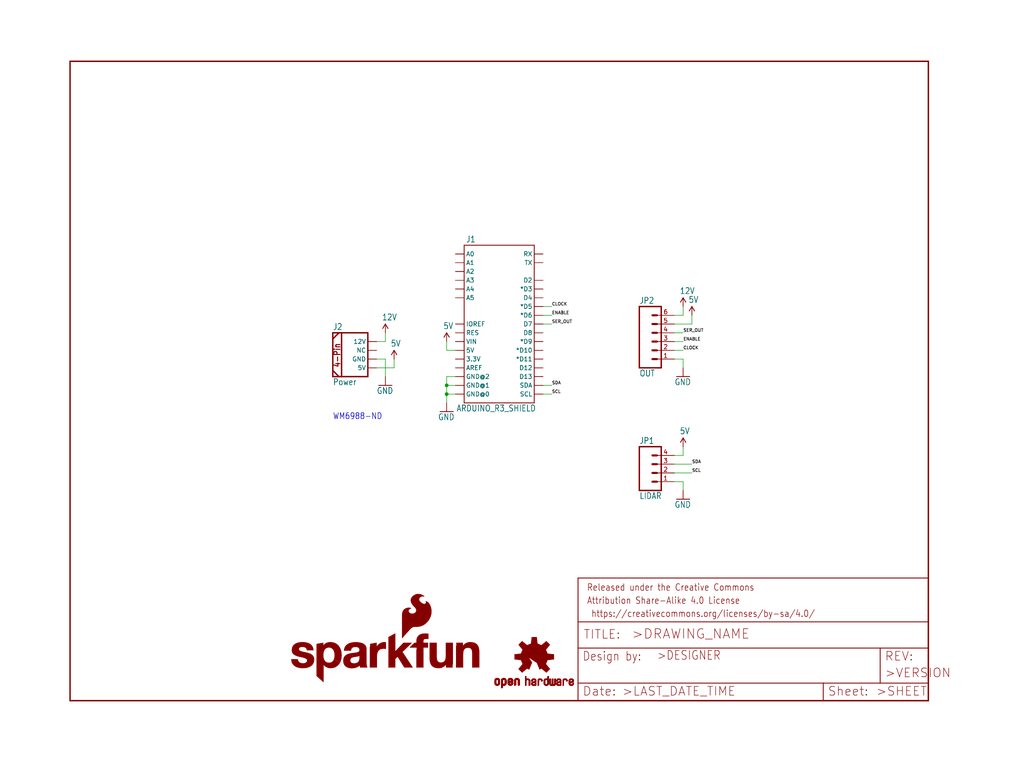
<source format=kicad_sch>
(kicad_sch (version 20211123) (generator eeschema)
  (paper "User" 297.002 223.926)
  (lib_symbols
    (symbol "eagleSchem-eagle-import:12V" (power)
      (property "Value" "12V" (at -1.016 3.556 0))
      (symbol "12V_1_0"
        (pin power_in line (at 0 0 90) (length 2.54) (name "12V") (number "1"))
      )
    )
    (symbol "eagleSchem-eagle-import:5V" (power)
      (property "Value" "5V" (at -1.016 3.556 0))
      (symbol "5V_1_0"
        (pin power_in line (at 0 0 90) (length 2.54) (name "5V") (number "1"))
      )
    )
    (symbol "eagleSchem-eagle-import:ARDUINO_R3_SHIELD"
      (property "Reference" "J" (at -9.652 21.082 0))
      (property "Value" "ARDUINO_R3_SHIELD" (at -6.35 -27.94 0))
      (symbol "ARDUINO_R3_SHIELD_1_0"
        (pin bidirectional line (at -12.7 -12.7 0) (length 2.54) (name "3.3V") (number "3.3V"))
        (pin bidirectional line (at -12.7 -10.16 0) (length 2.54) (name "5V") (number "5V"))
        (pin bidirectional line (at -12.7 17.78 0) (length 2.54) (name "A0") (number "A0"))
        (pin bidirectional line (at -12.7 15.24 0) (length 2.54) (name "A1") (number "A1"))
        (pin bidirectional line (at -12.7 12.7 0) (length 2.54) (name "A2") (number "A2"))
        (pin bidirectional line (at -12.7 10.16 0) (length 2.54) (name "A3") (number "A3"))
        (pin bidirectional line (at -12.7 7.62 0) (length 2.54) (name "A4") (number "A4"))
        (pin bidirectional line (at -12.7 5.08 0) (length 2.54) (name "A5") (number "A5"))
        (pin bidirectional line (at -12.7 -15.24 0) (length 2.54) (name "AREF") (number "AREF"))
        (pin bidirectional line (at 12.7 -10.16 180) (length 2.54) (name "*D10") (number "D10"))
        (pin bidirectional line (at 12.7 -12.7 180) (length 2.54) (name "*D11") (number "D11"))
        (pin bidirectional line (at 12.7 -15.24 180) (length 2.54) (name "D12") (number "D12"))
        (pin bidirectional line (at 12.7 -17.78 180) (length 2.54) (name "D13") (number "D13"))
        (pin bidirectional line (at 12.7 10.16 180) (length 2.54) (name "D2") (number "D2"))
        (pin bidirectional line (at 12.7 7.62 180) (length 2.54) (name "*D3") (number "D3"))
        (pin bidirectional line (at 12.7 5.08 180) (length 2.54) (name "D4") (number "D4"))
        (pin bidirectional line (at 12.7 2.54 180) (length 2.54) (name "*D5") (number "D5"))
        (pin bidirectional line (at 12.7 0 180) (length 2.54) (name "*D6") (number "D6"))
        (pin bidirectional line (at 12.7 -2.54 180) (length 2.54) (name "D7") (number "D7"))
        (pin bidirectional line (at 12.7 -5.08 180) (length 2.54) (name "D8") (number "D8"))
        (pin bidirectional line (at 12.7 -7.62 180) (length 2.54) (name "*D9") (number "D9"))
        (pin bidirectional line (at -12.7 -22.86 0) (length 2.54) (name "GND@0") (number "GND@0"))
        (pin bidirectional line (at -12.7 -20.32 0) (length 2.54) (name "GND@1") (number "GND@1"))
        (pin bidirectional line (at -12.7 -17.78 0) (length 2.54) (name "GND@2") (number "GND@2"))
        (pin bidirectional line (at -12.7 -2.54 0) (length 2.54) (name "IOREF") (number "IOREF"))
        (pin bidirectional line (at -12.7 -5.08 0) (length 2.54) (name "RES") (number "RES"))
        (pin bidirectional line (at 12.7 17.78 180) (length 2.54) (name "RX") (number "RX"))
        (pin bidirectional line (at 12.7 -22.86 180) (length 2.54) (name "SCL") (number "SCL"))
        (pin bidirectional line (at 12.7 -20.32 180) (length 2.54) (name "SDA") (number "SDA"))
        (pin bidirectional line (at 12.7 15.24 180) (length 2.54) (name "TX") (number "TX"))
        (pin bidirectional line (at -12.7 -7.62 0) (length 2.54) (name "VIN") (number "VIN"))
      )
    )
    (symbol "eagleSchem-eagle-import:COMPUTER-PERIPHERAL-POWERRA"
      (property "Reference" "J" (at -5.08 5.842 0))
      (property "Value" "COMPUTER-PERIPHERAL-POWERRA" (at -5.08 -10.16 0))
      (symbol "COMPUTER-PERIPHERAL-POWERRA_1_0"
        (text "4-Pin" (at -2.794 -5.08 900) (effects (font (size 1.778 1.5113) (thickness 0.3023) bold) (justify left bottom)))
        (pin passive line (at 7.62 2.54 180) (length 2.54) (name "12V") (number "12V"))
        (pin passive line (at 7.62 -5.08 180) (length 2.54) (name "5V") (number "5V"))
        (pin passive line (at 7.62 -2.54 180) (length 2.54) (name "GND") (number "GND"))
        (pin passive line (at 7.62 0 180) (length 2.54) (name "NC") (number "NC"))
      )
    )
    (symbol "eagleSchem-eagle-import:FRAME-LETTER"
      (symbol "FRAME-LETTER_2_0"
        (text " https://creativecommons.org/licenses/by-sa/4.0/" (at 2.54 24.13 0) (effects (font (size 1.9304 1.6408)) (justify left bottom)))
        (text ">DESIGNER" (at 22.86 11.684 0) (effects (font (size 2.54 2.159)) (justify left bottom)))
        (text ">DRAWING_NAME" (at 15.494 17.78 0) (effects (font (size 2.7432 2.7432)) (justify left bottom)))
        (text ">LAST_DATE_TIME" (at 12.7 1.27 0) (effects (font (size 2.54 2.54)) (justify left bottom)))
        (text ">SHEET" (at 86.36 1.27 0) (effects (font (size 2.54 2.54)) (justify left bottom)))
        (text ">VERSION" (at 88.9 6.604 0) (effects (font (size 2.54 2.54)) (justify left bottom)))
        (text "Attribution Share-Alike 4.0 License" (at 2.54 27.94 0) (effects (font (size 1.9304 1.6408)) (justify left bottom)))
        (text "Date:" (at 1.27 1.27 0) (effects (font (size 2.54 2.54)) (justify left bottom)))
        (text "Design by:" (at 1.27 11.43 0) (effects (font (size 2.54 2.159)) (justify left bottom)))
        (text "Released under the Creative Commons" (at 2.54 31.75 0) (effects (font (size 1.9304 1.6408)) (justify left bottom)))
        (text "REV:" (at 88.9 11.43 0) (effects (font (size 2.54 2.54)) (justify left bottom)))
        (text "Sheet:" (at 72.39 1.27 0) (effects (font (size 2.54 2.54)) (justify left bottom)))
        (text "TITLE:" (at 1.524 17.78 0) (effects (font (size 2.54 2.54)) (justify left bottom)))
      )
    )
    (symbol "eagleSchem-eagle-import:GND" (power)
      (property "Value" "GND" (at -2.54 -2.54 0))
      (symbol "GND_1_0"
        (pin power_in line (at 0 2.54 270) (length 2.54) (name "GND") (number "1"))
      )
    )
    (symbol "eagleSchem-eagle-import:M04JST-PTH"
      (property "Reference" "JP" (at -5.08 8.382 0))
      (property "Value" "M04JST-PTH" (at -5.08 -7.62 0))
      (symbol "M04JST-PTH_1_0"
        (pin passive line (at 5.08 -2.54 180) (length 5.08) (name "1") (number "1"))
        (pin passive line (at 5.08 0 180) (length 5.08) (name "2") (number "2"))
        (pin passive line (at 5.08 2.54 180) (length 5.08) (name "3") (number "3"))
        (pin passive line (at 5.08 5.08 180) (length 5.08) (name "4") (number "4"))
      )
    )
    (symbol "eagleSchem-eagle-import:M06SILK_FEMALE_PTH"
      (property "Reference" "JP" (at -5.08 10.922 0))
      (property "Value" "M06SILK_FEMALE_PTH" (at -5.08 -10.16 0))
      (symbol "M06SILK_FEMALE_PTH_1_0"
        (pin passive line (at 5.08 -5.08 180) (length 5.08) (name "1") (number "1"))
        (pin passive line (at 5.08 -2.54 180) (length 5.08) (name "2") (number "2"))
        (pin passive line (at 5.08 0 180) (length 5.08) (name "3") (number "3"))
        (pin passive line (at 5.08 2.54 180) (length 5.08) (name "4") (number "4"))
        (pin passive line (at 5.08 5.08 180) (length 5.08) (name "5") (number "5"))
        (pin passive line (at 5.08 7.62 180) (length 5.08) (name "6") (number "6"))
      )
    )
    (symbol "eagleSchem-eagle-import:OSHW-LOGOS")
    (symbol "eagleSchem-eagle-import:SFE_LOGO_NAME_FLAME.2_INCH")
  )
  (junction (at 129.54 114.3))
  (junction (at 129.54 111.76))
  (wire (pts (xy 132.08 114.3) (xy 129.54 114.3)))
  (wire (pts (xy 109.22 99.06) (xy 111.76 99.06)))
  (wire (pts (xy 114.3 106.68) (xy 114.3 104.14)))
  (wire (pts (xy 195.58 101.6) (xy 198.12 101.6)))
  (wire (pts (xy 200.66 93.98) (xy 200.66 91.44)))
  (wire (pts (xy 198.12 104.14) (xy 198.12 106.68)))
  (wire (pts (xy 157.48 111.76) (xy 160.02 111.76)))
  (wire (pts (xy 129.54 114.3) (xy 129.54 116.84)))
  (wire (pts (xy 109.22 106.68) (xy 114.3 106.68)))
  (wire (pts (xy 129.54 101.6) (xy 129.54 99.06)))
  (wire (pts (xy 195.58 91.44) (xy 198.12 91.44)))
  (wire (pts (xy 195.58 137.16) (xy 200.66 137.16)))
  (wire (pts (xy 132.08 101.6) (xy 129.54 101.6)))
  (wire (pts (xy 198.12 91.44) (xy 198.12 88.9)))
  (wire (pts (xy 195.58 132.08) (xy 198.12 132.08)))
  (wire (pts (xy 195.58 139.7) (xy 198.12 139.7)))
  (wire (pts (xy 132.08 111.76) (xy 129.54 111.76)))
  (wire (pts (xy 195.58 93.98) (xy 200.66 93.98)))
  (wire (pts (xy 195.58 99.06) (xy 198.12 99.06)))
  (wire (pts (xy 132.08 109.22) (xy 129.54 109.22)))
  (wire (pts (xy 195.58 134.62) (xy 200.66 134.62)))
  (wire (pts (xy 157.48 93.98) (xy 160.02 93.98)))
  (wire (pts (xy 157.48 88.9) (xy 160.02 88.9)))
  (wire (pts (xy 111.76 104.14) (xy 111.76 109.22)))
  (wire (pts (xy 198.12 139.7) (xy 198.12 142.24)))
  (wire (pts (xy 129.54 111.76) (xy 129.54 114.3)))
  (wire (pts (xy 109.22 104.14) (xy 111.76 104.14)))
  (wire (pts (xy 195.58 96.52) (xy 198.12 96.52)))
  (wire (pts (xy 129.54 109.22) (xy 129.54 111.76)))
  (wire (pts (xy 195.58 104.14) (xy 198.12 104.14)))
  (wire (pts (xy 198.12 132.08) (xy 198.12 129.54)))
  (wire (pts (xy 157.48 114.3) (xy 160.02 114.3)))
  (wire (pts (xy 111.76 99.06) (xy 111.76 96.52)))
  (wire (pts (xy 157.48 91.44) (xy 160.02 91.44)))
  (text "WM6988-ND" (at 96.52 121.92 180) (effects (font (size 1.778 1.5113)) (justify left bottom)))
  (label "SDA" (at 200.66 134.62 0) (effects (font (size 0.889 0.889))))
  (label "CLOCK" (at 198.12 101.6 0) (effects (font (size 0.889 0.889))))
  (label "ENABLE" (at 160.02 91.44 0) (effects (font (size 0.889 0.889))))
  (label "SER_OUT" (at 198.12 96.52 0) (effects (font (size 0.889 0.889))))
  (label "ENABLE" (at 198.12 99.06 0) (effects (font (size 0.889 0.889))))
  (label "CLOCK" (at 160.02 88.9 0) (effects (font (size 0.889 0.889))))
  (label "SER_OUT" (at 160.02 93.98 0) (effects (font (size 0.889 0.889))))
  (label "SCL" (at 160.02 114.3 0) (effects (font (size 0.889 0.889))))
  (label "SDA" (at 160.02 111.76 0) (effects (font (size 0.889 0.889))))
  (label "SCL" (at 200.66 137.16 0) (effects (font (size 0.889 0.889))))
  (symbol (lib_id "eagleSchem-eagle-import:SFE_LOGO_NAME_FLAME.2_INCH") (at 83.82 198.12 0) (unit 1)
    (property "Reference" "LOGO1" (effects hide))
    (property "Value" "SFE_LOGO_NAME_FLAME.2_INCH" (effects hide))
    (property "Footprint" "eagleSchem:SFE_LOGO_NAME_FLAME_.2" (effects hide))
  )
  (symbol (lib_id "eagleSchem-eagle-import:12V") (at 198.12 88.9 0) (unit 1)
    (property "Reference" "#SUPPLY6" (effects hide))
    (property "Value" "12V" (at 197.104 85.344 0) (effects (font (size 1.778 1.5113)) (justify left bottom)))
    (property "Footprint" "eagleSchem:" (effects hide))
  )
  (symbol (lib_id "eagleSchem-eagle-import:GND") (at 111.76 111.76 0) (unit 1)
    (property "Reference" "#GND2" (effects hide))
    (property "Value" "GND" (at 109.22 114.3 0) (effects (font (size 1.778 1.5113)) (justify left bottom)))
    (property "Footprint" "eagleSchem:" (effects hide))
  )
  (symbol (lib_id "eagleSchem-eagle-import:M04JST-PTH") (at 190.5 137.16 0) (unit 1)
    (property "Reference" "JP1" (at 185.42 128.778 0) (effects (font (size 1.778 1.5113)) (justify left bottom)))
    (property "Value" "LIDAR" (at 185.42 144.78 0) (effects (font (size 1.778 1.5113)) (justify left bottom)))
    (property "Footprint" "eagleSchem:JST-4-PTH" (effects hide))
  )
  (symbol (lib_id "eagleSchem-eagle-import:5V") (at 129.54 99.06 0) (unit 1)
    (property "Reference" "#SUPPLY4" (effects hide))
    (property "Value" "5V" (at 128.524 95.504 0) (effects (font (size 1.778 1.5113)) (justify left bottom)))
    (property "Footprint" "eagleSchem:" (effects hide))
  )
  (symbol (lib_id "eagleSchem-eagle-import:5V") (at 198.12 129.54 0) (unit 1)
    (property "Reference" "#SUPPLY5" (effects hide))
    (property "Value" "5V" (at 197.104 125.984 0) (effects (font (size 1.778 1.5113)) (justify left bottom)))
    (property "Footprint" "eagleSchem:" (effects hide))
  )
  (symbol (lib_id "eagleSchem-eagle-import:5V") (at 114.3 104.14 0) (unit 1)
    (property "Reference" "#SUPPLY2" (effects hide))
    (property "Value" "5V" (at 113.284 100.584 0) (effects (font (size 1.778 1.5113)) (justify left bottom)))
    (property "Footprint" "eagleSchem:" (effects hide))
  )
  (symbol (lib_id "eagleSchem-eagle-import:M06SILK_FEMALE_PTH") (at 190.5 99.06 0) (unit 1)
    (property "Reference" "JP2" (at 185.42 88.138 0) (effects (font (size 1.778 1.5113)) (justify left bottom)))
    (property "Value" "OUT" (at 185.42 109.22 0) (effects (font (size 1.778 1.5113)) (justify left bottom)))
    (property "Footprint" "eagleSchem:1X06" (effects hide))
  )
  (symbol (lib_id "eagleSchem-eagle-import:GND") (at 129.54 119.38 0) (unit 1)
    (property "Reference" "#GND1" (effects hide))
    (property "Value" "GND" (at 127 121.92 0) (effects (font (size 1.778 1.5113)) (justify left bottom)))
    (property "Footprint" "eagleSchem:" (effects hide))
  )
  (symbol (lib_id "eagleSchem-eagle-import:FRAME-LETTER") (at 20.32 203.2 0) (unit 1)
    (property "Reference" "FRAME1" (effects hide))
    (property "Value" "FRAME-LETTER" (effects hide))
    (property "Footprint" "eagleSchem:CREATIVE_COMMONS" (effects hide))
    (property "Value" "FRAME-LETTER" (effects hide))
  )
  (symbol (lib_id "eagleSchem-eagle-import:GND") (at 198.12 144.78 0) (unit 1)
    (property "Reference" "#GND4" (effects hide))
    (property "Value" "GND" (at 195.58 147.32 0) (effects (font (size 1.778 1.5113)) (justify left bottom)))
    (property "Footprint" "eagleSchem:" (effects hide))
  )
  (symbol (lib_id "eagleSchem-eagle-import:COMPUTER-PERIPHERAL-POWERRA") (at 101.6 101.6 0) (unit 1)
    (property "Reference" "J2" (at 96.52 95.758 0) (effects (font (size 1.778 1.5113)) (justify left bottom)))
    (property "Value" "Power" (at 96.52 111.76 0) (effects (font (size 1.778 1.5113)) (justify left bottom)))
    (property "Footprint" "eagleSchem:COMPUTER-PERIPHERAL-POWER-RA" (effects hide))
  )
  (symbol (lib_id "eagleSchem-eagle-import:12V") (at 111.76 96.52 0) (unit 1)
    (property "Reference" "#SUPPLY1" (effects hide))
    (property "Value" "12V" (at 110.744 92.964 0) (effects (font (size 1.778 1.5113)) (justify left bottom)))
    (property "Footprint" "eagleSchem:" (effects hide))
  )
  (symbol (lib_id "eagleSchem-eagle-import:FRAME-LETTER") (at 167.64 203.2 0) (unit 2)
    (property "Reference" "FRAME1" (effects hide))
    (property "Value" "FRAME-LETTER" (effects hide))
    (property "Footprint" "eagleSchem:CREATIVE_COMMONS" (effects hide))
    (property "Value" "FRAME-LETTER" (effects hide))
  )
  (symbol (lib_id "eagleSchem-eagle-import:ARDUINO_R3_SHIELD") (at 144.78 91.44 0) (unit 1)
    (property "Reference" "J1" (at 135.128 70.358 0) (effects (font (size 1.778 1.5113)) (justify left bottom)))
    (property "Value" "ARDUINO_R3_SHIELD" (at 132.334 119.38 0) (effects (font (size 1.778 1.5113)) (justify left bottom)))
    (property "Footprint" "eagleSchem:UNO_R3_SHIELD" (effects hide))
  )
  (symbol (lib_id "eagleSchem-eagle-import:5V") (at 200.66 91.44 0) (unit 1)
    (property "Reference" "#SUPPLY3" (effects hide))
    (property "Value" "5V" (at 199.644 87.884 0) (effects (font (size 1.778 1.5113)) (justify left bottom)))
    (property "Footprint" "eagleSchem:" (effects hide))
  )
  (symbol (lib_id "eagleSchem-eagle-import:GND") (at 198.12 109.22 0) (unit 1)
    (property "Reference" "#GND3" (effects hide))
    (property "Value" "GND" (at 195.58 111.76 0) (effects (font (size 1.778 1.5113)) (justify left bottom)))
    (property "Footprint" "eagleSchem:" (effects hide))
  )
  (symbol (lib_id "eagleSchem-eagle-import:OSHW-LOGOS") (at 154.94 190.5 0) (unit 1)
    (property "Reference" "LOGO2" (effects hide))
    (property "Value" "OSHW-LOGOS" (effects hide))
    (property "Footprint" "eagleSchem:OSHW-LOGO-S" (effects hide))
  )
)
</source>
